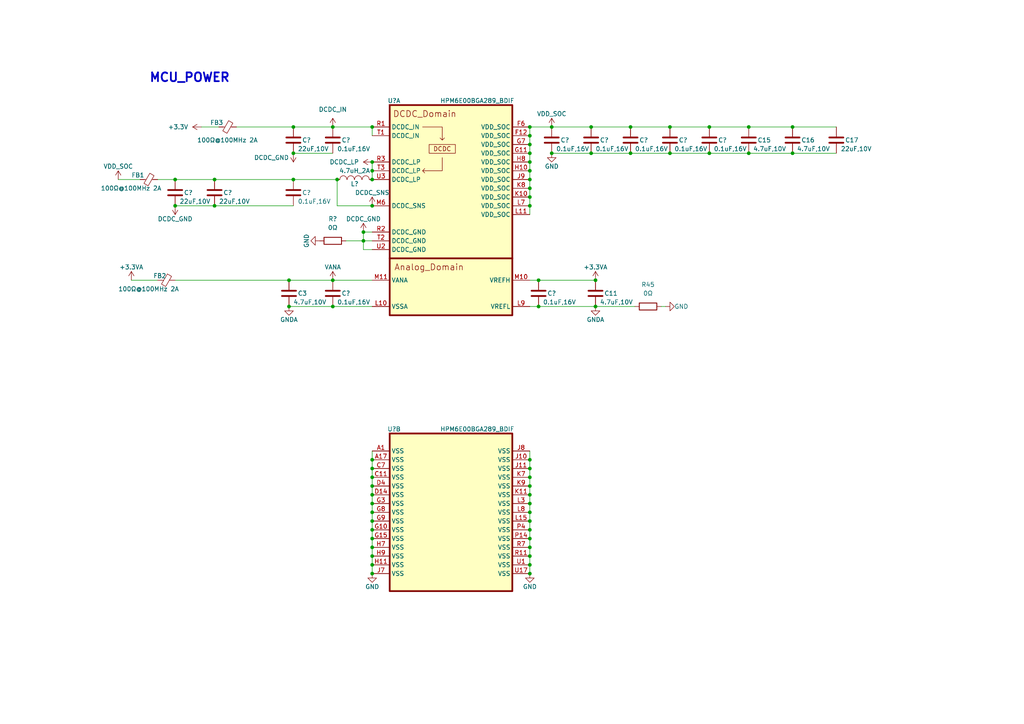
<source format=kicad_sch>
(kicad_sch (version 20230121) (generator eeschema)
  (paper "A4")
  (title_block (title "HPM6E00FULLPORTRevB") (date "2024-09-12") (rev "RevA") (comment 1 "MCU_POWER"))
  (junction (at 153.67 148.59))
  (junction (at 50.8 52.07))
  (junction (at 96.52 36.83))
  (junction (at 153.67 57.15))
  (junction (at 153.67 36.83))
  (junction (at 153.67 46.99))
  (junction (at 172.72 88.9))
  (junction (at 153.67 151.13))
  (junction (at 107.95 161.29))
  (junction (at 153.67 39.37))
  (junction (at 153.67 146.05))
  (junction (at 194.31 44.45))
  (junction (at 107.95 59.69))
  (junction (at 153.67 54.61))
  (junction (at 153.67 41.91))
  (junction (at 153.67 158.75))
  (junction (at 97.79 52.07))
  (junction (at 107.95 135.89))
  (junction (at 62.23 59.69))
  (junction (at 107.95 153.67))
  (junction (at 153.67 163.83))
  (junction (at 96.52 88.9))
  (junction (at 153.67 161.29))
  (junction (at 153.67 59.69))
  (junction (at 107.95 156.21))
  (junction (at 153.67 153.67))
  (junction (at 160.02 44.45))
  (junction (at 105.41 69.85))
  (junction (at 153.67 156.21))
  (junction (at 85.09 36.83))
  (junction (at 62.23 52.07))
  (junction (at 85.09 52.07))
  (junction (at 229.87 36.83))
  (junction (at 217.17 36.83))
  (junction (at 85.09 44.45))
  (junction (at 107.95 36.83))
  (junction (at 182.88 44.45))
  (junction (at 107.95 158.75))
  (junction (at 182.88 36.83))
  (junction (at 156.21 88.9))
  (junction (at 156.21 81.28))
  (junction (at 153.67 166.37))
  (junction (at 205.74 44.45))
  (junction (at 107.95 151.13))
  (junction (at 153.67 44.45))
  (junction (at 83.82 81.28))
  (junction (at 171.45 36.83))
  (junction (at 83.82 88.9))
  (junction (at 105.41 67.31))
  (junction (at 160.02 36.83))
  (junction (at 205.74 36.83))
  (junction (at 107.95 140.97))
  (junction (at 107.95 52.07))
  (junction (at 107.95 49.53))
  (junction (at 96.52 81.28))
  (junction (at 107.95 133.35))
  (junction (at 153.67 135.89))
  (junction (at 107.95 138.43))
  (junction (at 153.67 140.97))
  (junction (at 107.95 146.05))
  (junction (at 153.67 52.07))
  (junction (at 153.67 49.53))
  (junction (at 153.67 143.51))
  (junction (at 194.31 36.83))
  (junction (at 217.17 44.45))
  (junction (at 153.67 138.43))
  (junction (at 153.67 133.35))
  (junction (at 107.95 46.99))
  (junction (at 107.95 163.83))
  (junction (at 172.72 81.28))
  (junction (at 107.95 148.59))
  (junction (at 107.95 143.51))
  (junction (at 229.87 44.45))
  (junction (at 171.45 44.45))
  (junction (at 107.95 166.37))
  (junction (at 50.8 59.69))
  (wire (pts (xy 107.95 161.29) (xy 107.95 163.83)))
  (wire (pts (xy 62.23 59.69) (xy 85.09 59.69)))
  (wire (pts (xy 171.45 44.45) (xy 182.88 44.45)))
  (wire (pts (xy 160.02 36.83) (xy 171.45 36.83)))
  (wire (pts (xy 100.33 69.85) (xy 105.41 69.85)))
  (wire (pts (xy 153.67 151.13) (xy 153.67 153.67)))
  (wire (pts (xy 153.67 140.97) (xy 153.67 143.51)))
  (wire (pts (xy 153.67 143.51) (xy 153.67 146.05)))
  (wire (pts (xy 50.8 52.07) (xy 62.23 52.07)))
  (wire (pts (xy 96.52 81.28) (xy 107.95 81.28)))
  (wire (pts (xy 153.67 39.37) (xy 153.67 41.91)))
  (wire (pts (xy 172.72 88.9) (xy 184.15 88.9)))
  (wire (pts (xy 205.74 36.83) (xy 217.17 36.83)))
  (wire (pts (xy 171.45 36.83) (xy 182.88 36.83)))
  (wire (pts (xy 194.31 36.83) (xy 205.74 36.83)))
  (wire (pts (xy 153.67 153.67) (xy 153.67 156.21)))
  (wire (pts (xy 50.8 59.69) (xy 62.23 59.69)))
  (wire (pts (xy 153.67 156.21) (xy 153.67 158.75)))
  (wire (pts (xy 85.09 44.45) (xy 96.52 44.45)))
  (wire (pts (xy 50.8 81.28) (xy 83.82 81.28)))
  (wire (pts (xy 107.95 46.99) (xy 107.95 49.53)))
  (wire (pts (xy 153.67 130.81) (xy 153.67 133.35)))
  (wire (pts (xy 107.95 140.97) (xy 107.95 143.51)))
  (wire (pts (xy 153.67 57.15) (xy 153.67 59.69)))
  (wire (pts (xy 83.82 81.28) (xy 96.52 81.28)))
  (wire (pts (xy 83.82 88.9) (xy 96.52 88.9)))
  (wire (pts (xy 107.95 130.81) (xy 107.95 133.35)))
  (wire (pts (xy 153.67 135.89) (xy 153.67 138.43)))
  (wire (pts (xy 107.95 156.21) (xy 107.95 158.75)))
  (wire (pts (xy 45.72 81.28) (xy 38.1 81.28)))
  (wire (pts (xy 107.95 163.83) (xy 107.95 166.37)))
  (wire (pts (xy 153.67 44.45) (xy 153.67 46.99)))
  (wire (pts (xy 153.67 138.43) (xy 153.67 140.97)))
  (wire (pts (xy 193.04 88.9) (xy 191.77 88.9)))
  (wire (pts (xy 107.95 148.59) (xy 107.95 151.13)))
  (wire (pts (xy 107.95 146.05) (xy 107.95 148.59)))
  (wire (pts (xy 160.02 44.45) (xy 171.45 44.45)))
  (wire (pts (xy 153.67 36.83) (xy 160.02 36.83)))
  (wire (pts (xy 156.21 88.9) (xy 153.67 88.9)))
  (wire (pts (xy 182.88 44.45) (xy 194.31 44.45)))
  (wire (pts (xy 229.87 36.83) (xy 242.57 36.83)))
  (wire (pts (xy 153.67 36.83) (xy 153.67 39.37)))
  (wire (pts (xy 153.67 133.35) (xy 153.67 135.89)))
  (wire (pts (xy 107.95 59.69) (xy 97.79 59.69)))
  (wire (pts (xy 107.95 135.89) (xy 107.95 138.43)))
  (wire (pts (xy 107.95 133.35) (xy 107.95 135.89)))
  (wire (pts (xy 217.17 36.83) (xy 229.87 36.83)))
  (wire (pts (xy 105.41 67.31) (xy 107.95 67.31)))
  (wire (pts (xy 96.52 36.83) (xy 107.95 36.83)))
  (wire (pts (xy 105.41 72.39) (xy 107.95 72.39)))
  (wire (pts (xy 107.95 49.53) (xy 107.95 52.07)))
  (wire (pts (xy 153.67 146.05) (xy 153.67 148.59)))
  (wire (pts (xy 153.67 59.69) (xy 153.67 62.23)))
  (wire (pts (xy 153.67 158.75) (xy 153.67 161.29)))
  (wire (pts (xy 182.88 36.83) (xy 194.31 36.83)))
  (wire (pts (xy 205.74 44.45) (xy 217.17 44.45)))
  (wire (pts (xy 107.95 36.83) (xy 107.95 39.37)))
  (wire (pts (xy 217.17 44.45) (xy 229.87 44.45)))
  (wire (pts (xy 62.23 52.07) (xy 85.09 52.07)))
  (wire (pts (xy 194.31 44.45) (xy 205.74 44.45)))
  (wire (pts (xy 153.67 49.53) (xy 153.67 52.07)))
  (wire (pts (xy 153.67 41.91) (xy 153.67 44.45)))
  (wire (pts (xy 105.41 69.85) (xy 107.95 69.85)))
  (wire (pts (xy 85.09 36.83) (xy 96.52 36.83)))
  (wire (pts (xy 107.95 143.51) (xy 107.95 146.05)))
  (wire (pts (xy 153.67 148.59) (xy 153.67 151.13)))
  (wire (pts (xy 97.79 59.69) (xy 97.79 52.07)))
  (wire (pts (xy 107.95 151.13) (xy 107.95 153.67)))
  (wire (pts (xy 229.87 44.45) (xy 242.57 44.45)))
  (wire (pts (xy 58.42 36.83) (xy 63.5 36.83)))
  (wire (pts (xy 85.09 52.07) (xy 97.79 52.07)))
  (wire (pts (xy 156.21 81.28) (xy 153.67 81.28)))
  (wire (pts (xy 34.29 52.07) (xy 40.64 52.07)))
  (wire (pts (xy 153.67 54.61) (xy 153.67 57.15)))
  (wire (pts (xy 68.58 36.83) (xy 85.09 36.83)))
  (wire (pts (xy 107.95 138.43) (xy 107.95 140.97)))
  (wire (pts (xy 156.21 81.28) (xy 172.72 81.28)))
  (wire (pts (xy 107.95 153.67) (xy 107.95 156.21)))
  (wire (pts (xy 156.21 88.9) (xy 172.72 88.9)))
  (wire (pts (xy 105.41 67.31) (xy 105.41 69.85)))
  (wire (pts (xy 153.67 161.29) (xy 153.67 163.83)))
  (wire (pts (xy 45.72 52.07) (xy 50.8 52.07)))
  (wire (pts (xy 107.95 158.75) (xy 107.95 161.29)))
  (wire (pts (xy 153.67 163.83) (xy 153.67 166.37)))
  (wire (pts (xy 153.67 46.99) (xy 153.67 49.53)))
  (wire (pts (xy 96.52 88.9) (xy 107.95 88.9)))
  (wire (pts (xy 153.67 52.07) (xy 153.67 54.61)))
  (wire (pts (xy 105.41 69.85) (xy 105.41 72.39)))
  (text "MCU_POWER" (at 43.18 24.13 0) (effects (font (size 2.54 2.54) (thickness 0.508) bold) (justify left bottom)))
  (symbol (lib_id "03_HPM_Capacitance:4.7uF,10V_0402") (at 83.82 85.09 0) (unit 1)
    (property "Reference" "C3" (at 86.36 85.09 0) (effects (justify left)))
    (property "Value" "4.7uF,10V" (at 85.09 87.63 0) (effects (justify left)))
    (property "Footprint" "03_HPM_Capacitance:C_0402_1005Metric" (effects hide))
    (property "Model" " CL05A475MP5NRNC" (effects hide))
    (property "Company" " SAMSUNG(三星)" (effects hide))
  )
  (symbol (lib_id "03_HPM_Capacitance:0.1uF,16V_0402") (at 194.31 40.64 0) (unit 1)
    (property "Reference" "C?" (at 196.85 40.64 0) (effects (justify left)))
    (property "Value" "0.1uF,16V" (at 195.58 43.18 0) (effects (justify left)))
    (property "Footprint" "03_HPM_Capacitance:C_0402_1005Metric" (effects hide))
    (property "Model" "CL05B104KO5NNNC" (effects hide))
    (property "Company" "SAMSUNG(三星)" (effects hide))
    (instances (project "HPM5300-POWER" (path "" (reference "C?") (unit 1))) (project "HPM6E00 SKT Board BGA289_BDIF REVA" (path "" (reference "C?") (unit 1))) (project "HPM6E00FULLPORTRevB" (path "" (reference "C13") (unit 1))) (project "HPM5300 SKT Board LQFP100 REVA" (path "" (reference "C?") (unit 1))))
  )
  (symbol (lib_id "power:GND") (at 107.95 166.37 0) (unit 1)
    (property "Reference" "#PWR?" (effects hide))
    (property "Value" "GND" (at 105.918 170.18 0) (effects (justify left)))
    (instances (project "HPM5300-POWER" (path "" (reference "#PWR?") (unit 1))) (project "HPM6E00 SKT Board BGA289_BDIF REVA" (path "" (reference "#PWR?") (unit 1))) (project "HPM6E00FULLPORTRevB" (path "" (reference "#PWR026") (unit 1))) (project "HPM5300 SKT Board LQFP100 REVA" (path "" (reference "#PWR?") (unit 1))))
  )
  (symbol (lib_id "power:GND") (at 193.04 88.9 90) (unit 1)
    (property "Reference" "#PWR?" (effects hide))
    (property "Value" "GND" (at 195.58 88.9 90) (effects (justify right)))
    (instances (project "HPM5300-POWER" (path "" (reference "#PWR?") (unit 1))) (project "HPM6E00 SKT Board BGA289_BDIF REVA" (path "" (reference "#PWR?") (unit 1))) (project "HPM6E00FULLPORTRevB" (path "" (reference "#PWR031") (unit 1))) (project "HPM5300 SKT Board LQFP100 REVA" (path "" (reference "#PWR?") (unit 1))))
  )
  (symbol (lib_id "98_POWER:DCDC_GND") (at 85.09 44.45 0) (mirror x) (unit 1)
    (property "Reference" "#PWR?" (effects hide))
    (property "Value" "DCDC_GND" (at 78.74 45.72 0))
    (instances (project "HPM6E00 SKT Board BGA289_BDIF REVA" (path "" (reference "#PWR?") (unit 1))) (project "HPM6E00FULLPORTRevB" (path "" (reference "#PWR019") (unit 1))))
  )
  (symbol (lib_id "power:+3.3V") (at 58.42 36.83 90) (unit 1)
    (property "Reference" "#PWR?" (effects hide))
    (property "Value" "+3.3V" (at 54.61 36.83 90) (effects (justify left)))
    (instances (project "HPM5300-POWER" (path "" (reference "#PWR?") (unit 1))) (project "HPM6E00 SKT Board BGA289_BDIF REVA" (path "" (reference "#PWR?") (unit 1))) (project "HPM6E00FULLPORTRevB" (path "" (reference "#PWR017") (unit 1))) (project "HPM5300 SKT Board LQFP100 REVA" (path "" (reference "#PWR?") (unit 1))))
  )
  (symbol (lib_id "98_POWER:DCDC_GND") (at 50.8 59.69 0) (mirror x) (unit 1)
    (property "Reference" "#PWR?" (effects hide))
    (property "Value" "DCDC_GND" (at 50.8 63.5 0))
    (instances (project "HPM6E00 SKT Board BGA289_BDIF REVA" (path "" (reference "#PWR?") (unit 1))) (project "HPM6E00FULLPORTRevB" (path "" (reference "#PWR016") (unit 1))))
  )
  (symbol (lib_id "03_HPM_Capacitance:0.1uF,16V_0402") (at 171.45 40.64 0) (unit 1)
    (property "Reference" "C?" (at 173.99 40.64 0) (effects (justify left)))
    (property "Value" "0.1uF,16V" (at 172.72 43.18 0) (effects (justify left)))
    (property "Footprint" "03_HPM_Capacitance:C_0402_1005Metric" (effects hide))
    (property "Model" "CL05B104KO5NNNC" (effects hide))
    (property "Company" "SAMSUNG(三星)" (effects hide))
    (instances (project "HPM5300-POWER" (path "" (reference "C?") (unit 1))) (project "HPM6E00 SKT Board BGA289_BDIF REVA" (path "" (reference "C?") (unit 1))) (project "HPM6E00FULLPORTRevB" (path "" (reference "C10") (unit 1))) (project "HPM5300 SKT Board LQFP100 REVA" (path "" (reference "C?") (unit 1))))
  )
  (symbol (lib_id "03_HPM_Capacitance:4.7uF,10V_0402") (at 229.87 40.64 0) (unit 1)
    (property "Reference" "C16" (at 232.41 40.64 0) (effects (justify left)))
    (property "Value" "4.7uF,10V" (at 231.14 43.18 0) (effects (justify left)))
    (property "Footprint" "03_HPM_Capacitance:C_0402_1005Metric" (effects hide))
    (property "Model" " CL05A475MP5NRNC" (effects hide))
    (property "Company" " SAMSUNG(三星)" (effects hide))
  )
  (symbol (lib_id "03_HPM_Capacitance:0.1uF,16V_0402") (at 160.02 40.64 0) (unit 1)
    (property "Reference" "C?" (at 162.56 40.64 0) (effects (justify left)))
    (property "Value" "0.1uF,16V" (at 161.29 43.18 0) (effects (justify left)))
    (property "Footprint" "03_HPM_Capacitance:C_0402_1005Metric" (effects hide))
    (property "Model" "CL05B104KO5NNNC" (effects hide))
    (property "Company" "SAMSUNG(三星)" (effects hide))
    (instances (project "HPM5300-POWER" (path "" (reference "C?") (unit 1))) (project "HPM6E00 SKT Board BGA289_BDIF REVA" (path "" (reference "C?") (unit 1))) (project "HPM6E00FULLPORTRevB" (path "" (reference "C9") (unit 1))) (project "HPM5300 SKT Board LQFP100 REVA" (path "" (reference "C?") (unit 1))))
  )
  (symbol (lib_id "power:+3.3VA") (at 38.1 81.28 0) (unit 1)
    (property "Reference" "#PWR?" (effects hide))
    (property "Value" "+3.3VA" (at 38.1 77.47 0))
    (instances (project "HPM5300-POWER" (path "" (reference "#PWR?") (unit 1))) (project "HPM6E00 SKT Board BGA289_BDIF REVA" (path "" (reference "#PWR?") (unit 1))) (project "HPM6E00FULLPORTRevB" (path "" (reference "#PWR015") (unit 1))) (project "HPM5300 SKT Board LQFP100 REVA" (path "" (reference "#PWR?") (unit 1))))
  )
  (symbol (lib_id "98_POWER:VDD_SOC") (at 34.29 52.07 0) (unit 1)
    (property "Reference" "#VDD_SOC_PWR?" (effects hide))
    (property "Value" "VDD_SOC" (at 34.29 48.26 0))
    (instances (project "HPM5300-POWER" (path "" (reference "#VDD_SOC_PWR?") (unit 1))) (project "HPM6E00 SKT Board BGA289_BDIF REVA" (path "" (reference "#VDD_SOC_PWR?") (unit 1))) (project "HPM6E00FULLPORTRevB" (path "" (reference "#VDD_SOC_PWR01") (unit 1))) (project "HPM5300 SKT Board LQFP100 REVA" (path "" (reference "#VDD_SOC_PWR?") (unit 1))))
  )
  (symbol (lib_id "03_HPM_Capacitance:22uF,10V_0402") (at 242.57 40.64 0) (unit 1)
    (property "Reference" "C17" (at 245.11 40.64 0) (effects (justify left)))
    (property "Value" "22uF,10V" (at 243.84 43.18 0) (effects (justify left)))
    (property "Footprint" "03_HPM_Capacitance:C_0402_1005Metric" (effects hide))
    (property "Model" " GRM158R61A226ME15D" (effects hide))
    (property "Company" " muRata(村田) " (effects hide))
  )
  (symbol (lib_id "98_POWER:DCDC_GND") (at 105.41 67.31 0) (unit 1)
    (property "Reference" "#PWR?" (effects hide))
    (property "Value" "DCDC_GND" (at 105.41 63.5 0))
    (instances (project "HPM6E00 SKT Board BGA289_BDIF REVA" (path "" (reference "#PWR?") (unit 1))) (project "HPM6E00FULLPORTRevB" (path "" (reference "#PWR023") (unit 1))))
  )
  (symbol (lib_id "98_POWER:DCDC_LP") (at 107.95 46.99 90) (unit 1)
    (property "Reference" "#PWR?" (effects hide))
    (property "Value" "DCDC_LP" (at 104.14 46.99 90) (effects (justify left)))
    (instances (project "HPM6E00 SKT Board BGA289_BDIF REVA" (path "" (reference "#PWR?") (unit 1))) (project "HPM6E00FULLPORTRevB" (path "" (reference "#PWR024") (unit 1))))
  )
  (symbol (lib_id "power:GND") (at 92.71 69.85 270) (unit 1)
    (property "Reference" "#PWR?" (effects hide))
    (property "Value" "GND" (at 88.9 67.818 0) (effects (justify left)))
    (instances (project "HPM5300-POWER" (path "" (reference "#PWR?") (unit 1))) (project "HPM6E00 SKT Board BGA289_BDIF REVA" (path "" (reference "#PWR?") (unit 1))) (project "HPM6E00FULLPORTRevB" (path "" (reference "#PWR020") (unit 1))) (project "HPM5300 SKT Board LQFP100 REVA" (path "" (reference "#PWR?") (unit 1))))
  )
  (symbol (lib_id "03_HPM_Capacitance:0.1uF,16V_0402") (at 96.52 85.09 0) (unit 1)
    (property "Reference" "C?" (at 99.06 85.09 0) (effects (justify left)))
    (property "Value" "0.1uF,16V" (at 97.79 87.63 0) (effects (justify left)))
    (property "Footprint" "03_HPM_Capacitance:C_0402_1005Metric" (effects hide))
    (property "Model" "CL05B104KO5NNNC" (effects hide))
    (property "Company" "SAMSUNG(三星)" (effects hide))
    (instances (project "HPM5300-POWER" (path "" (reference "C?") (unit 1))) (project "HPM6E00 SKT Board BGA289_BDIF REVA" (path "" (reference "C?") (unit 1))) (project "HPM6E00FULLPORTRevB" (path "" (reference "C7") (unit 1))) (project "HPM5300 SKT Board LQFP100 REVA" (path "" (reference "C?") (unit 1))))
  )
  (symbol (lib_id "07_HPM_Inductance:4.7uH_2A") (at 102.87 52.07 0) (unit 1)
    (property "Reference" "L?" (at 102.87 53.34 0))
    (property "Value" "4.7uH_2A" (at 102.87 49.53 0))
    (property "Footprint" "07_HPM_Inductance:L_1210_3225Metric" (effects hide))
    (property "Model" "DFE322520FD-4R7M=P2" (effects hide))
    (property "Company" "muRata(村田)" (effects hide))
    (instances (project "HPM5300-POWER" (path "" (reference "L?") (unit 1))) (project "HPM6E00 SKT Board BGA289_BDIF REVA" (path "" (reference "L?") (unit 1))) (project "HPM6E00FULLPORTRevB" (path "" (reference "L1") (unit 1))) (project "HPM5300 SKT Board LQFP100 REVA" (path "" (reference "L?") (unit 1))))
  )
  (symbol (lib_id "98_POWER:DCDC_SNS") (at 107.95 59.69 0) (unit 1)
    (property "Reference" "#PWR?" (effects hide))
    (property "Value" "DCDC_SNS" (at 107.95 55.88 0))
    (instances (project "HPM6E00 SKT Board BGA289_BDIF REVA" (path "" (reference "#PWR?") (unit 1))) (project "HPM6E00FULLPORTRevB" (path "" (reference "#PWR025") (unit 1))))
  )
  (symbol (lib_id "02_HPM_Resistor:0Ω_0603") (at 187.96 88.9 0) (unit 1)
    (property "Reference" "R45" (at 187.96 82.55 0))
    (property "Value" "0Ω" (at 187.96 85.09 0))
    (property "Footprint" "02_HPM_Resistor:R_0603_1608Metric" (effects hide))
    (property "Model" "0603WAF0000T5E" (effects hide))
    (property "Company" "UNI-ROYAL(厚声)" (effects hide))
  )
  (symbol (lib_id "03_HPM_Capacitance:22uF,10V_0603") (at 85.09 40.64 0) (unit 1)
    (property "Reference" "C?" (at 87.63 40.64 0) (effects (justify left)))
    (property "Value" "22uF,10V" (at 86.36 43.18 0) (effects (justify left)))
    (property "Footprint" "03_HPM_Capacitance:C_0603_1608Metric" (effects hide))
    (property "Model" " CL10A226MP8NUNE" (effects hide))
    (property "Company" " SAMSUNG(三星)" (effects hide))
    (instances (project "HPM6E00 SKT Board BGA289_BDIF REVA" (path "" (reference "C?") (unit 1))) (project "HPM6E00FULLPORTRevB" (path "" (reference "C4") (unit 1))))
  )
  (symbol (lib_id "99_HPM:HPM6E00BGA289_BDIF") (at 113.03 30.48 0) (unit 1)
    (property "Reference" "U?" (at 114.3 29.21 0))
    (property "Value" "HPM6E00BGA289_BDIF" (at 138.43 29.21 0))
    (property "Footprint" "00_HPM_Library:BGA-289_17x17_14.0x14.0mm" (effects hide))
    (instances (project "HPM6E00 SKT Board BGA289_BDIF REVA" (path "" (reference "U?") (unit 1))) (project "HPM6E00FULLPORTRevB" (path "" (reference "U2") (unit 1))))
  )
  (symbol (lib_id "03_HPM_Capacitance:4.7uF,10V_0402") (at 172.72 85.09 0) (unit 1)
    (property "Reference" "C11" (at 175.26 85.09 0) (effects (justify left)))
    (property "Value" "4.7uF,10V" (at 173.99 87.63 0) (effects (justify left)))
    (property "Footprint" "03_HPM_Capacitance:C_0402_1005Metric" (effects hide))
    (property "Model" " CL05A475MP5NRNC" (effects hide))
    (property "Company" " SAMSUNG(三星)" (effects hide))
  )
  (symbol (lib_id "07_HPM_Inductance:磁珠-100Ω@100MHz_2A_0603") (at 63.5 36.83 0) (unit 1)
    (property "Reference" "FB3" (at 60.96 35.56 0) (effects (justify left)))
    (property "Value" "100Ω@100MHz 2A" (at 57.15 40.64 0) (effects (justify left)))
    (property "Footprint" "02_HPM_Resistor:R_0603_1608Metric" (effects hide))
    (property "Model" "PZ1608D101-2R0TF" (effects hide))
    (property "Company" " Sunlord(顺络)" (effects hide))
  )
  (symbol (lib_id "98_POWER:VDD_SOC") (at 160.02 36.83 0) (unit 1)
    (property "Reference" "#VDD_SOC_PWR?" (effects hide))
    (property "Value" "VDD_SOC" (at 160.02 33.02 0))
    (instances (project "HPM5300-POWER" (path "" (reference "#VDD_SOC_PWR?") (unit 1))) (project "HPM6E00 SKT Board BGA289_BDIF REVA" (path "" (reference "#VDD_SOC_PWR?") (unit 1))) (project "HPM6E00FULLPORTRevB" (path "" (reference "#VDD_SOC_PWR02") (unit 1))) (project "HPM5300 SKT Board LQFP100 REVA" (path "" (reference "#VDD_SOC_PWR?") (unit 1))))
  )
  (symbol (lib_id "98_POWER:DCDC_IN") (at 96.52 36.83 0) (unit 1)
    (property "Reference" "#PWR?" (effects hide))
    (property "Value" "DCDC_IN" (at 96.52 31.75 0))
    (instances (project "HPM6E00 SKT Board BGA289_BDIF REVA" (path "" (reference "#PWR?") (unit 1))) (project "HPM6E00FULLPORTRevB" (path "" (reference "#PWR021") (unit 1))))
  )
  (symbol (lib_id "98_POWER:VANA") (at 96.52 81.28 0) (unit 1)
    (property "Reference" "#PWR?" (effects hide))
    (property "Value" "VANA" (at 96.52 77.47 0))
    (instances (project "HPM5300-POWER" (path "" (reference "#PWR?") (unit 1))) (project "HPM6E00 SKT Board BGA289_BDIF REVA" (path "" (reference "#PWR?") (unit 1))) (project "HPM6E00FULLPORTRevB" (path "" (reference "#PWR022") (unit 1))) (project "HPM5300 SKT Board LQFP100 REVA" (path "" (reference "#PWR?") (unit 1))))
  )
  (symbol (lib_id "03_HPM_Capacitance:22uF,10V_0603") (at 62.23 55.88 0) (unit 1)
    (property "Reference" "C?" (at 64.77 55.88 0) (effects (justify left)))
    (property "Value" "22uF,10V" (at 63.5 58.42 0) (effects (justify left)))
    (property "Footprint" "03_HPM_Capacitance:C_0603_1608Metric" (effects hide))
    (property "Model" " CL10A226MP8NUNE" (effects hide))
    (property "Company" " SAMSUNG(三星)" (effects hide))
    (instances (project "HPM6E00 SKT Board BGA289_BDIF REVA" (path "" (reference "C?") (unit 1))) (project "HPM6E00FULLPORTRevB" (path "" (reference "C2") (unit 1))))
  )
  (symbol (lib_id "07_HPM_Inductance:磁珠-100Ω@100MHz_2A_0603") (at 40.64 52.07 0) (unit 1)
    (property "Reference" "FB1" (at 38.1 50.8 0) (effects (justify left)))
    (property "Value" "100Ω@100MHz 2A" (at 29.21 54.61 0) (effects (justify left)))
    (property "Footprint" "02_HPM_Resistor:R_0603_1608Metric" (effects hide))
    (property "Model" "PZ1608D101-2R0TF" (effects hide))
    (property "Company" " Sunlord(顺络)" (effects hide))
  )
  (symbol (lib_id "power:GND") (at 153.67 166.37 0) (unit 1)
    (property "Reference" "#PWR?" (effects hide))
    (property "Value" "GND" (at 151.638 170.18 0) (effects (justify left)))
    (instances (project "HPM5300-POWER" (path "" (reference "#PWR?") (unit 1))) (project "HPM6E00 SKT Board BGA289_BDIF REVA" (path "" (reference "#PWR?") (unit 1))) (project "HPM6E00FULLPORTRevB" (path "" (reference "#PWR027") (unit 1))) (project "HPM5300 SKT Board LQFP100 REVA" (path "" (reference "#PWR?") (unit 1))))
  )
  (symbol (lib_id "03_HPM_Capacitance:0.1uF,16V_0402") (at 156.21 85.09 0) (unit 1)
    (property "Reference" "C?" (at 158.75 85.09 0) (effects (justify left)))
    (property "Value" "0.1uF,16V" (at 157.48 87.63 0) (effects (justify left)))
    (property "Footprint" "03_HPM_Capacitance:C_0402_1005Metric" (effects hide))
    (property "Model" "CL05B104KO5NNNC" (effects hide))
    (property "Company" "SAMSUNG(三星)" (effects hide))
    (instances (project "HPM5300-POWER" (path "" (reference "C?") (unit 1))) (project "HPM6E00 SKT Board BGA289_BDIF REVA" (path "" (reference "C?") (unit 1))) (project "HPM6E00FULLPORTRevB" (path "" (reference "C8") (unit 1))) (project "HPM5300 SKT Board LQFP100 REVA" (path "" (reference "C?") (unit 1))))
  )
  (symbol (lib_id "03_HPM_Capacitance:0.1uF,16V_0402") (at 182.88 40.64 0) (unit 1)
    (property "Reference" "C?" (at 185.42 40.64 0) (effects (justify left)))
    (property "Value" "0.1uF,16V" (at 184.15 43.18 0) (effects (justify left)))
    (property "Footprint" "03_HPM_Capacitance:C_0402_1005Metric" (effects hide))
    (property "Model" "CL05B104KO5NNNC" (effects hide))
    (property "Company" "SAMSUNG(三星)" (effects hide))
    (instances (project "HPM5300-POWER" (path "" (reference "C?") (unit 1))) (project "HPM6E00 SKT Board BGA289_BDIF REVA" (path "" (reference "C?") (unit 1))) (project "HPM6E00FULLPORTRevB" (path "" (reference "C12") (unit 1))) (project "HPM5300 SKT Board LQFP100 REVA" (path "" (reference "C?") (unit 1))))
  )
  (symbol (lib_id "02_HPM_Resistor:0Ω_0805") (at 96.52 69.85 0) (unit 1)
    (property "Reference" "R?" (at 96.52 63.5 0))
    (property "Value" "0Ω" (at 96.52 66.04 0))
    (property "Footprint" "02_HPM_Resistor:R_0805_2012Metric" (effects hide))
    (property "Model" "RS-05000JT" (effects hide))
    (property "Company" "FH(风华)" (effects hide))
    (instances (project "HPM6E00 SKT Board BGA289_BDIF REVA" (path "" (reference "R?") (unit 1))) (project "HPM6E00FULLPORTRevB" (path "" (reference "R44") (unit 1))))
  )
  (symbol (lib_id "07_HPM_Inductance:磁珠-100Ω@100MHz_2A_0603") (at 45.72 81.28 0) (unit 1)
    (property "Reference" "FB2" (at 44.45 80.01 0) (effects (justify left)))
    (property "Value" "100Ω@100MHz 2A" (at 34.29 83.82 0) (effects (justify left)))
    (property "Footprint" "02_HPM_Resistor:R_0603_1608Metric" (effects hide))
    (property "Model" "PZ1608D101-2R0TF" (effects hide))
    (property "Company" " Sunlord(顺络)" (effects hide))
  )
  (symbol (lib_id "power:GND") (at 160.02 44.45 0) (unit 1)
    (property "Reference" "#PWR?" (effects hide))
    (property "Value" "GND" (at 157.988 48.26 0) (effects (justify left)))
    (instances (project "HPM5300-POWER" (path "" (reference "#PWR?") (unit 1))) (project "HPM6E00 SKT Board BGA289_BDIF REVA" (path "" (reference "#PWR?") (unit 1))) (project "HPM6E00FULLPORTRevB" (path "" (reference "#PWR028") (unit 1))) (project "HPM5300 SKT Board LQFP100 REVA" (path "" (reference "#PWR?") (unit 1))))
  )
  (symbol (lib_id "99_HPM:HPM6E00BGA289_BDIF") (at 113.03 125.73 0) (unit 2)
    (property "Reference" "U?" (at 114.3 124.46 0))
    (property "Value" "HPM6E00BGA289_BDIF" (at 138.43 124.46 0))
    (property "Footprint" "00_HPM_Library:BGA-289_17x17_14.0x14.0mm" (effects hide))
    (instances (project "HPM6E00 SKT Board BGA289_BDIF REVA" (path "" (reference "U?") (unit 2))) (project "HPM6E00FULLPORTRevB" (path "" (reference "U2") (unit 2))))
  )
  (symbol (lib_id "03_HPM_Capacitance:22uF,10V_0603") (at 50.8 55.88 0) (unit 1)
    (property "Reference" "C?" (at 53.34 55.88 0) (effects (justify left)))
    (property "Value" "22uF,10V" (at 52.07 58.42 0) (effects (justify left)))
    (property "Footprint" "03_HPM_Capacitance:C_0603_1608Metric" (effects hide))
    (property "Model" " CL10A226MP8NUNE" (effects hide))
    (property "Company" " SAMSUNG(三星)" (effects hide))
    (instances (project "HPM6E00 SKT Board BGA289_BDIF REVA" (path "" (reference "C?") (unit 1))) (project "HPM6E00FULLPORTRevB" (path "" (reference "C1") (unit 1))))
  )
  (symbol (lib_id "power:+3.3VA") (at 172.72 81.28 0) (unit 1)
    (property "Reference" "#PWR?" (effects hide))
    (property "Value" "+3.3VA" (at 172.72 77.47 0))
    (instances (project "HPM5300-POWER" (path "" (reference "#PWR?") (unit 1))) (project "HPM6E00 SKT Board BGA289_BDIF REVA" (path "" (reference "#PWR?") (unit 1))) (project "HPM6E00FULLPORTRevB" (path "" (reference "#PWR029") (unit 1))) (project "HPM5300 SKT Board LQFP100 REVA" (path "" (reference "#PWR?") (unit 1))))
  )
  (symbol (lib_id "00_HPM_power:GNDA") (at 172.72 88.9 0) (unit 1)
    (property "Reference" "#PWR?" (effects hide))
    (property "Value" "GNDA" (at 172.72 92.71 0))
    (instances (project "HPM5300-POWER" (path "" (reference "#PWR?") (unit 1))) (project "HPM6E00 SKT Board BGA289_BDIF REVA" (path "" (reference "#PWR?") (unit 1))) (project "HPM6E00FULLPORTRevB" (path "" (reference "#PWR030") (unit 1))) (project "HPM5300 SKT Board LQFP100 REVA" (path "" (reference "#PWR?") (unit 1))))
  )
  (symbol (lib_id "03_HPM_Capacitance:0.1uF,16V_0402") (at 205.74 40.64 0) (unit 1)
    (property "Reference" "C?" (at 208.28 40.64 0) (effects (justify left)))
    (property "Value" "0.1uF,16V" (at 207.01 43.18 0) (effects (justify left)))
    (property "Footprint" "03_HPM_Capacitance:C_0402_1005Metric" (effects hide))
    (property "Model" "CL05B104KO5NNNC" (effects hide))
    (property "Company" "SAMSUNG(三星)" (effects hide))
    (instances (project "HPM5300-POWER" (path "" (reference "C?") (unit 1))) (project "HPM6E00 SKT Board BGA289_BDIF REVA" (path "" (reference "C?") (unit 1))) (project "HPM6E00FULLPORTRevB" (path "" (reference "C14") (unit 1))) (project "HPM5300 SKT Board LQFP100 REVA" (path "" (reference "C?") (unit 1))))
  )
  (symbol (lib_id "03_HPM_Capacitance:4.7uF,10V_0402") (at 217.17 40.64 0) (unit 1)
    (property "Reference" "C15" (at 219.71 40.64 0) (effects (justify left)))
    (property "Value" "4.7uF,10V" (at 218.44 43.18 0) (effects (justify left)))
    (property "Footprint" "03_HPM_Capacitance:C_0402_1005Metric" (effects hide))
    (property "Model" " CL05A475MP5NRNC" (effects hide))
    (property "Company" " SAMSUNG(三星)" (effects hide))
  )
  (symbol (lib_id "00_HPM_power:GNDA") (at 83.82 88.9 0) (unit 1)
    (property "Reference" "#PWR?" (effects hide))
    (property "Value" "GNDA" (at 83.82 92.71 0))
    (instances (project "HPM5300-POWER" (path "" (reference "#PWR?") (unit 1))) (project "HPM6E00 SKT Board BGA289_BDIF REVA" (path "" (reference "#PWR?") (unit 1))) (project "HPM6E00FULLPORTRevB" (path "" (reference "#PWR018") (unit 1))) (project "HPM5300 SKT Board LQFP100 REVA" (path "" (reference "#PWR?") (unit 1))))
  )
  (symbol (lib_id "03_HPM_Capacitance:0.1uF,16V_0402") (at 85.09 55.88 0) (unit 1)
    (property "Reference" "C?" (at 87.63 55.88 0) (effects (justify left)))
    (property "Value" "0.1uF,16V" (at 86.36 58.42 0) (effects (justify left)))
    (property "Footprint" "03_HPM_Capacitance:C_0402_1005Metric" (effects hide))
    (property "Model" "CL05B104KO5NNNC" (effects hide))
    (property "Company" "SAMSUNG(三星)" (effects hide))
    (instances (project "HPM6E00 SKT Board BGA289_BDIF REVA" (path "" (reference "C?") (unit 1))) (project "HPM6E00FULLPORTRevB" (path "" (reference "C5") (unit 1))))
  )
  (symbol (lib_id "03_HPM_Capacitance:0.1uF,16V_0402") (at 96.52 40.64 0) (unit 1)
    (property "Reference" "C?" (at 99.06 40.64 0) (effects (justify left)))
    (property "Value" "0.1uF,16V" (at 97.79 43.18 0) (effects (justify left)))
    (property "Footprint" "03_HPM_Capacitance:C_0402_1005Metric" (effects hide))
    (property "Model" "CL05B104KO5NNNC" (effects hide))
    (property "Company" "SAMSUNG(三星)" (effects hide))
    (instances (project "HPM6E00 SKT Board BGA289_BDIF REVA" (path "" (reference "C?") (unit 1))) (project "HPM6E00FULLPORTRevB" (path "" (reference "C6") (unit 1))))
  )
)
</source>
